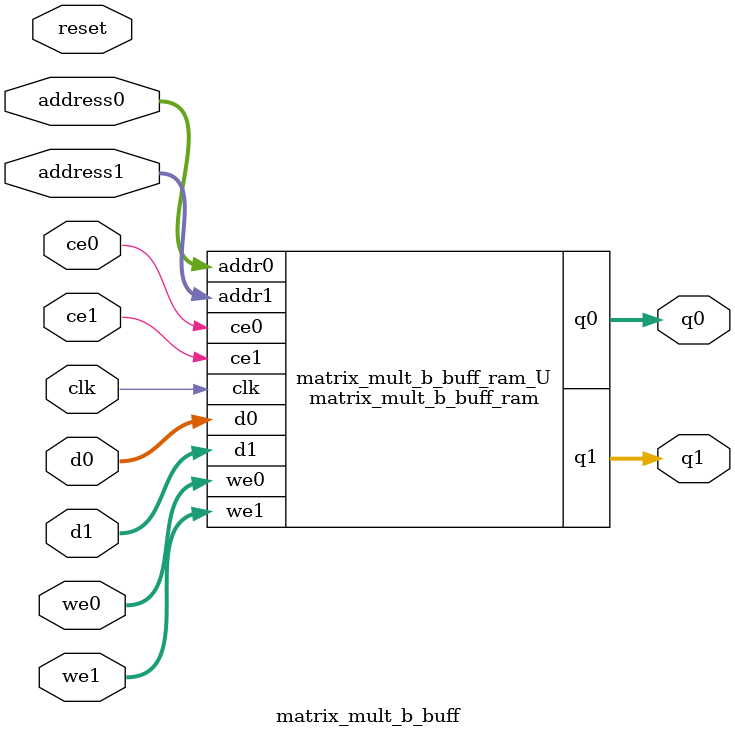
<source format=v>
`timescale 1 ns / 1 ps
module matrix_mult_b_buff_ram (addr0, ce0, d0, we0, q0, addr1, ce1, d1, we1, q1,  clk);

parameter DWIDTH = 64;
parameter AWIDTH = 8;
parameter MEM_SIZE = 200;
parameter COL_WIDTH = 8;
parameter NUM_COL = (DWIDTH/COL_WIDTH);

input[AWIDTH-1:0] addr0;
input ce0;
input[DWIDTH-1:0] d0;
input [NUM_COL-1:0] we0;
output reg[DWIDTH-1:0] q0;
input[AWIDTH-1:0] addr1;
input ce1;
input[DWIDTH-1:0] d1;
input [NUM_COL-1:0] we1;
output reg[DWIDTH-1:0] q1;
input clk;

(* ram_style = "block" *)reg [DWIDTH-1:0] ram[0:MEM_SIZE-1];



genvar i;

generate
    for (i=0;i<NUM_COL;i=i+1) begin
        always @(posedge clk) begin
            if (ce0) begin
                if (we0[i]) begin
                    ram[addr0][i*COL_WIDTH +: COL_WIDTH] <= d0[i*COL_WIDTH +: COL_WIDTH]; 
                end
                q0[i*COL_WIDTH +: COL_WIDTH] <= ram[addr0][i*COL_WIDTH +: COL_WIDTH];
            end
        end
    end
endgenerate


generate
    for (i=0;i<NUM_COL;i=i+1) begin
        always @(posedge clk) begin
            if (ce1) begin
                if (we1[i]) begin
                    ram[addr1][i*COL_WIDTH +: COL_WIDTH] <= d1[i*COL_WIDTH +: COL_WIDTH]; 
                end
                q1[i*COL_WIDTH +: COL_WIDTH] <= ram[addr1][i*COL_WIDTH +: COL_WIDTH];
            end
        end
    end
endgenerate


endmodule

`timescale 1 ns / 1 ps
module matrix_mult_b_buff(
    reset,
    clk,
    address0,
    ce0,
    we0,
    d0,
    q0,
    address1,
    ce1,
    we1,
    d1,
    q1);

parameter DataWidth = 32'd64;
parameter AddressRange = 32'd200;
parameter AddressWidth = 32'd8;
input reset;
input clk;
input[AddressWidth - 1:0] address0;
input ce0;
input[DataWidth/8 - 1:0] we0;
input[DataWidth - 1:0] d0;
output[DataWidth - 1:0] q0;
input[AddressWidth - 1:0] address1;
input ce1;
input[DataWidth/8 - 1:0] we1;
input[DataWidth - 1:0] d1;
output[DataWidth - 1:0] q1;



matrix_mult_b_buff_ram matrix_mult_b_buff_ram_U(
    .clk( clk ),
    .addr0( address0 ),
    .ce0( ce0 ),
    .we0( we0 ),
    .d0( d0 ),
    .q0( q0 ),
    .addr1( address1 ),
    .ce1( ce1 ),
    .we1( we1 ),
    .d1( d1 ),
    .q1( q1 ));

endmodule


</source>
